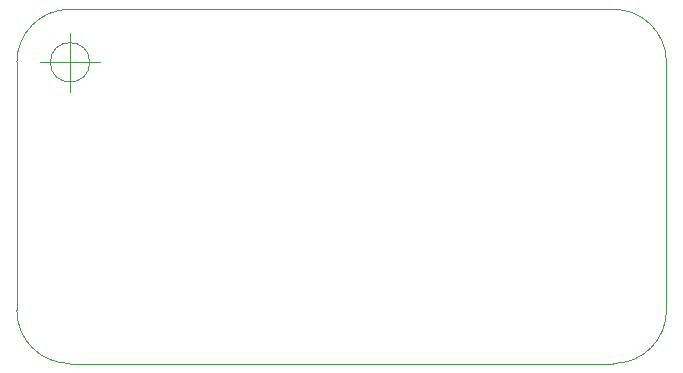
<source format=gbr>
%TF.GenerationSoftware,KiCad,Pcbnew,7.0.10*%
%TF.CreationDate,2024-01-22T13:51:10-08:00*%
%TF.ProjectId,esp32-prog,65737033-322d-4707-926f-672e6b696361,rev2*%
%TF.SameCoordinates,PX47868c0PY36d6160*%
%TF.FileFunction,Profile,NP*%
%FSLAX46Y46*%
G04 Gerber Fmt 4.6, Leading zero omitted, Abs format (unit mm)*
G04 Created by KiCad (PCBNEW 7.0.10) date 2024-01-22 13:51:10*
%MOMM*%
%LPD*%
G01*
G04 APERTURE LIST*
%TA.AperFunction,Profile*%
%ADD10C,0.100000*%
%TD*%
G04 APERTURE END LIST*
D10*
X0Y-25500000D02*
G75*
G03*
X4500000Y-30000000I4500000J0D01*
G01*
X50500000Y0D02*
X4500000Y0D01*
X55000000Y-4500000D02*
X55000000Y-25500000D01*
X55000000Y-4500000D02*
G75*
G03*
X50500000Y0I-4500000J0D01*
G01*
X0Y-25500000D02*
X0Y-4500000D01*
X4500000Y0D02*
G75*
G03*
X0Y-4500000I0J-4500000D01*
G01*
X50500000Y-30000000D02*
G75*
G03*
X55000000Y-25500000I0J4500000D01*
G01*
X50500000Y-30000000D02*
X4500000Y-30000000D01*
X6166666Y-4500000D02*
G75*
G03*
X2833334Y-4500000I-1666666J0D01*
G01*
X2833334Y-4500000D02*
G75*
G03*
X6166666Y-4500000I1666666J0D01*
G01*
X2000000Y-4500000D02*
X7000000Y-4500000D01*
X4500000Y-2000000D02*
X4500000Y-7000000D01*
X6166666Y-4500000D02*
G75*
G03*
X2833334Y-4500000I-1666666J0D01*
G01*
X2833334Y-4500000D02*
G75*
G03*
X6166666Y-4500000I1666666J0D01*
G01*
X2000000Y-4500000D02*
X7000000Y-4500000D01*
X4500000Y-2000000D02*
X4500000Y-7000000D01*
X6166666Y-4500000D02*
G75*
G03*
X2833334Y-4500000I-1666666J0D01*
G01*
X2833334Y-4500000D02*
G75*
G03*
X6166666Y-4500000I1666666J0D01*
G01*
X2000000Y-4500000D02*
X7000000Y-4500000D01*
X4500000Y-2000000D02*
X4500000Y-7000000D01*
M02*

</source>
